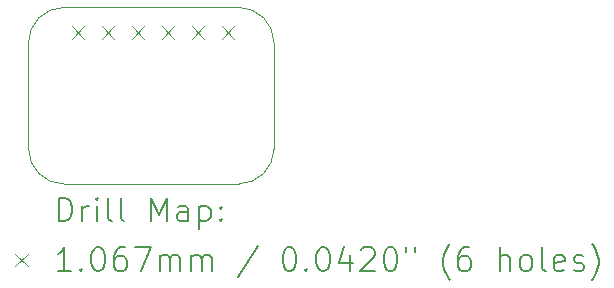
<source format=gbr>
%TF.GenerationSoftware,KiCad,Pcbnew,7.0.6*%
%TF.CreationDate,2024-09-27T12:31:37-07:00*%
%TF.ProjectId,microphone,6d696372-6f70-4686-9f6e-652e6b696361,rev?*%
%TF.SameCoordinates,Original*%
%TF.FileFunction,Drillmap*%
%TF.FilePolarity,Positive*%
%FSLAX45Y45*%
G04 Gerber Fmt 4.5, Leading zero omitted, Abs format (unit mm)*
G04 Created by KiCad (PCBNEW 7.0.6) date 2024-09-27 12:31:37*
%MOMM*%
%LPD*%
G01*
G04 APERTURE LIST*
%ADD10C,0.100000*%
%ADD11C,0.200000*%
%ADD12C,0.106680*%
G04 APERTURE END LIST*
D10*
X21733000Y-14384000D02*
G75*
G03*
X22033000Y-14684000I300000J0D01*
G01*
X23812000Y-13489000D02*
G75*
G03*
X23512000Y-13189000I-300000J0D01*
G01*
X23512000Y-14684000D02*
G75*
G03*
X23812000Y-14384000I0J300000D01*
G01*
X22033000Y-13189000D02*
X23512000Y-13189000D01*
X23512000Y-14684000D02*
X22033000Y-14684000D01*
X21733000Y-14384000D02*
X21733000Y-13489000D01*
X22033000Y-13189000D02*
G75*
G03*
X21733000Y-13489000I0J-300000D01*
G01*
X23812000Y-13489000D02*
X23812000Y-14384000D01*
D11*
D12*
X22098660Y-13346660D02*
X22205340Y-13453340D01*
X22205340Y-13346660D02*
X22098660Y-13453340D01*
X22352660Y-13346660D02*
X22459340Y-13453340D01*
X22459340Y-13346660D02*
X22352660Y-13453340D01*
X22606660Y-13346660D02*
X22713340Y-13453340D01*
X22713340Y-13346660D02*
X22606660Y-13453340D01*
X22860660Y-13346660D02*
X22967340Y-13453340D01*
X22967340Y-13346660D02*
X22860660Y-13453340D01*
X23114660Y-13346660D02*
X23221340Y-13453340D01*
X23221340Y-13346660D02*
X23114660Y-13453340D01*
X23368660Y-13346660D02*
X23475340Y-13453340D01*
X23475340Y-13346660D02*
X23368660Y-13453340D01*
D11*
X21988777Y-15000484D02*
X21988777Y-14800484D01*
X21988777Y-14800484D02*
X22036396Y-14800484D01*
X22036396Y-14800484D02*
X22064967Y-14810008D01*
X22064967Y-14810008D02*
X22084015Y-14829055D01*
X22084015Y-14829055D02*
X22093539Y-14848103D01*
X22093539Y-14848103D02*
X22103063Y-14886198D01*
X22103063Y-14886198D02*
X22103063Y-14914769D01*
X22103063Y-14914769D02*
X22093539Y-14952865D01*
X22093539Y-14952865D02*
X22084015Y-14971912D01*
X22084015Y-14971912D02*
X22064967Y-14990960D01*
X22064967Y-14990960D02*
X22036396Y-15000484D01*
X22036396Y-15000484D02*
X21988777Y-15000484D01*
X22188777Y-15000484D02*
X22188777Y-14867150D01*
X22188777Y-14905246D02*
X22198301Y-14886198D01*
X22198301Y-14886198D02*
X22207824Y-14876674D01*
X22207824Y-14876674D02*
X22226872Y-14867150D01*
X22226872Y-14867150D02*
X22245920Y-14867150D01*
X22312586Y-15000484D02*
X22312586Y-14867150D01*
X22312586Y-14800484D02*
X22303063Y-14810008D01*
X22303063Y-14810008D02*
X22312586Y-14819531D01*
X22312586Y-14819531D02*
X22322110Y-14810008D01*
X22322110Y-14810008D02*
X22312586Y-14800484D01*
X22312586Y-14800484D02*
X22312586Y-14819531D01*
X22436396Y-15000484D02*
X22417348Y-14990960D01*
X22417348Y-14990960D02*
X22407824Y-14971912D01*
X22407824Y-14971912D02*
X22407824Y-14800484D01*
X22541158Y-15000484D02*
X22522110Y-14990960D01*
X22522110Y-14990960D02*
X22512586Y-14971912D01*
X22512586Y-14971912D02*
X22512586Y-14800484D01*
X22769729Y-15000484D02*
X22769729Y-14800484D01*
X22769729Y-14800484D02*
X22836396Y-14943341D01*
X22836396Y-14943341D02*
X22903062Y-14800484D01*
X22903062Y-14800484D02*
X22903062Y-15000484D01*
X23084015Y-15000484D02*
X23084015Y-14895722D01*
X23084015Y-14895722D02*
X23074491Y-14876674D01*
X23074491Y-14876674D02*
X23055443Y-14867150D01*
X23055443Y-14867150D02*
X23017348Y-14867150D01*
X23017348Y-14867150D02*
X22998301Y-14876674D01*
X23084015Y-14990960D02*
X23064967Y-15000484D01*
X23064967Y-15000484D02*
X23017348Y-15000484D01*
X23017348Y-15000484D02*
X22998301Y-14990960D01*
X22998301Y-14990960D02*
X22988777Y-14971912D01*
X22988777Y-14971912D02*
X22988777Y-14952865D01*
X22988777Y-14952865D02*
X22998301Y-14933817D01*
X22998301Y-14933817D02*
X23017348Y-14924293D01*
X23017348Y-14924293D02*
X23064967Y-14924293D01*
X23064967Y-14924293D02*
X23084015Y-14914769D01*
X23179253Y-14867150D02*
X23179253Y-15067150D01*
X23179253Y-14876674D02*
X23198301Y-14867150D01*
X23198301Y-14867150D02*
X23236396Y-14867150D01*
X23236396Y-14867150D02*
X23255443Y-14876674D01*
X23255443Y-14876674D02*
X23264967Y-14886198D01*
X23264967Y-14886198D02*
X23274491Y-14905246D01*
X23274491Y-14905246D02*
X23274491Y-14962388D01*
X23274491Y-14962388D02*
X23264967Y-14981436D01*
X23264967Y-14981436D02*
X23255443Y-14990960D01*
X23255443Y-14990960D02*
X23236396Y-15000484D01*
X23236396Y-15000484D02*
X23198301Y-15000484D01*
X23198301Y-15000484D02*
X23179253Y-14990960D01*
X23360205Y-14981436D02*
X23369729Y-14990960D01*
X23369729Y-14990960D02*
X23360205Y-15000484D01*
X23360205Y-15000484D02*
X23350682Y-14990960D01*
X23350682Y-14990960D02*
X23360205Y-14981436D01*
X23360205Y-14981436D02*
X23360205Y-15000484D01*
X23360205Y-14876674D02*
X23369729Y-14886198D01*
X23369729Y-14886198D02*
X23360205Y-14895722D01*
X23360205Y-14895722D02*
X23350682Y-14886198D01*
X23350682Y-14886198D02*
X23360205Y-14876674D01*
X23360205Y-14876674D02*
X23360205Y-14895722D01*
D12*
X21621320Y-15275660D02*
X21728000Y-15382340D01*
X21728000Y-15275660D02*
X21621320Y-15382340D01*
D11*
X22093539Y-15420484D02*
X21979253Y-15420484D01*
X22036396Y-15420484D02*
X22036396Y-15220484D01*
X22036396Y-15220484D02*
X22017348Y-15249055D01*
X22017348Y-15249055D02*
X21998301Y-15268103D01*
X21998301Y-15268103D02*
X21979253Y-15277627D01*
X22179253Y-15401436D02*
X22188777Y-15410960D01*
X22188777Y-15410960D02*
X22179253Y-15420484D01*
X22179253Y-15420484D02*
X22169729Y-15410960D01*
X22169729Y-15410960D02*
X22179253Y-15401436D01*
X22179253Y-15401436D02*
X22179253Y-15420484D01*
X22312586Y-15220484D02*
X22331634Y-15220484D01*
X22331634Y-15220484D02*
X22350682Y-15230008D01*
X22350682Y-15230008D02*
X22360205Y-15239531D01*
X22360205Y-15239531D02*
X22369729Y-15258579D01*
X22369729Y-15258579D02*
X22379253Y-15296674D01*
X22379253Y-15296674D02*
X22379253Y-15344293D01*
X22379253Y-15344293D02*
X22369729Y-15382388D01*
X22369729Y-15382388D02*
X22360205Y-15401436D01*
X22360205Y-15401436D02*
X22350682Y-15410960D01*
X22350682Y-15410960D02*
X22331634Y-15420484D01*
X22331634Y-15420484D02*
X22312586Y-15420484D01*
X22312586Y-15420484D02*
X22293539Y-15410960D01*
X22293539Y-15410960D02*
X22284015Y-15401436D01*
X22284015Y-15401436D02*
X22274491Y-15382388D01*
X22274491Y-15382388D02*
X22264967Y-15344293D01*
X22264967Y-15344293D02*
X22264967Y-15296674D01*
X22264967Y-15296674D02*
X22274491Y-15258579D01*
X22274491Y-15258579D02*
X22284015Y-15239531D01*
X22284015Y-15239531D02*
X22293539Y-15230008D01*
X22293539Y-15230008D02*
X22312586Y-15220484D01*
X22550682Y-15220484D02*
X22512586Y-15220484D01*
X22512586Y-15220484D02*
X22493539Y-15230008D01*
X22493539Y-15230008D02*
X22484015Y-15239531D01*
X22484015Y-15239531D02*
X22464967Y-15268103D01*
X22464967Y-15268103D02*
X22455443Y-15306198D01*
X22455443Y-15306198D02*
X22455443Y-15382388D01*
X22455443Y-15382388D02*
X22464967Y-15401436D01*
X22464967Y-15401436D02*
X22474491Y-15410960D01*
X22474491Y-15410960D02*
X22493539Y-15420484D01*
X22493539Y-15420484D02*
X22531634Y-15420484D01*
X22531634Y-15420484D02*
X22550682Y-15410960D01*
X22550682Y-15410960D02*
X22560205Y-15401436D01*
X22560205Y-15401436D02*
X22569729Y-15382388D01*
X22569729Y-15382388D02*
X22569729Y-15334769D01*
X22569729Y-15334769D02*
X22560205Y-15315722D01*
X22560205Y-15315722D02*
X22550682Y-15306198D01*
X22550682Y-15306198D02*
X22531634Y-15296674D01*
X22531634Y-15296674D02*
X22493539Y-15296674D01*
X22493539Y-15296674D02*
X22474491Y-15306198D01*
X22474491Y-15306198D02*
X22464967Y-15315722D01*
X22464967Y-15315722D02*
X22455443Y-15334769D01*
X22636396Y-15220484D02*
X22769729Y-15220484D01*
X22769729Y-15220484D02*
X22684015Y-15420484D01*
X22845920Y-15420484D02*
X22845920Y-15287150D01*
X22845920Y-15306198D02*
X22855443Y-15296674D01*
X22855443Y-15296674D02*
X22874491Y-15287150D01*
X22874491Y-15287150D02*
X22903063Y-15287150D01*
X22903063Y-15287150D02*
X22922110Y-15296674D01*
X22922110Y-15296674D02*
X22931634Y-15315722D01*
X22931634Y-15315722D02*
X22931634Y-15420484D01*
X22931634Y-15315722D02*
X22941158Y-15296674D01*
X22941158Y-15296674D02*
X22960205Y-15287150D01*
X22960205Y-15287150D02*
X22988777Y-15287150D01*
X22988777Y-15287150D02*
X23007824Y-15296674D01*
X23007824Y-15296674D02*
X23017348Y-15315722D01*
X23017348Y-15315722D02*
X23017348Y-15420484D01*
X23112586Y-15420484D02*
X23112586Y-15287150D01*
X23112586Y-15306198D02*
X23122110Y-15296674D01*
X23122110Y-15296674D02*
X23141158Y-15287150D01*
X23141158Y-15287150D02*
X23169729Y-15287150D01*
X23169729Y-15287150D02*
X23188777Y-15296674D01*
X23188777Y-15296674D02*
X23198301Y-15315722D01*
X23198301Y-15315722D02*
X23198301Y-15420484D01*
X23198301Y-15315722D02*
X23207824Y-15296674D01*
X23207824Y-15296674D02*
X23226872Y-15287150D01*
X23226872Y-15287150D02*
X23255443Y-15287150D01*
X23255443Y-15287150D02*
X23274491Y-15296674D01*
X23274491Y-15296674D02*
X23284015Y-15315722D01*
X23284015Y-15315722D02*
X23284015Y-15420484D01*
X23674491Y-15210960D02*
X23503063Y-15468103D01*
X23931634Y-15220484D02*
X23950682Y-15220484D01*
X23950682Y-15220484D02*
X23969729Y-15230008D01*
X23969729Y-15230008D02*
X23979253Y-15239531D01*
X23979253Y-15239531D02*
X23988777Y-15258579D01*
X23988777Y-15258579D02*
X23998301Y-15296674D01*
X23998301Y-15296674D02*
X23998301Y-15344293D01*
X23998301Y-15344293D02*
X23988777Y-15382388D01*
X23988777Y-15382388D02*
X23979253Y-15401436D01*
X23979253Y-15401436D02*
X23969729Y-15410960D01*
X23969729Y-15410960D02*
X23950682Y-15420484D01*
X23950682Y-15420484D02*
X23931634Y-15420484D01*
X23931634Y-15420484D02*
X23912586Y-15410960D01*
X23912586Y-15410960D02*
X23903063Y-15401436D01*
X23903063Y-15401436D02*
X23893539Y-15382388D01*
X23893539Y-15382388D02*
X23884015Y-15344293D01*
X23884015Y-15344293D02*
X23884015Y-15296674D01*
X23884015Y-15296674D02*
X23893539Y-15258579D01*
X23893539Y-15258579D02*
X23903063Y-15239531D01*
X23903063Y-15239531D02*
X23912586Y-15230008D01*
X23912586Y-15230008D02*
X23931634Y-15220484D01*
X24084015Y-15401436D02*
X24093539Y-15410960D01*
X24093539Y-15410960D02*
X24084015Y-15420484D01*
X24084015Y-15420484D02*
X24074491Y-15410960D01*
X24074491Y-15410960D02*
X24084015Y-15401436D01*
X24084015Y-15401436D02*
X24084015Y-15420484D01*
X24217348Y-15220484D02*
X24236396Y-15220484D01*
X24236396Y-15220484D02*
X24255444Y-15230008D01*
X24255444Y-15230008D02*
X24264967Y-15239531D01*
X24264967Y-15239531D02*
X24274491Y-15258579D01*
X24274491Y-15258579D02*
X24284015Y-15296674D01*
X24284015Y-15296674D02*
X24284015Y-15344293D01*
X24284015Y-15344293D02*
X24274491Y-15382388D01*
X24274491Y-15382388D02*
X24264967Y-15401436D01*
X24264967Y-15401436D02*
X24255444Y-15410960D01*
X24255444Y-15410960D02*
X24236396Y-15420484D01*
X24236396Y-15420484D02*
X24217348Y-15420484D01*
X24217348Y-15420484D02*
X24198301Y-15410960D01*
X24198301Y-15410960D02*
X24188777Y-15401436D01*
X24188777Y-15401436D02*
X24179253Y-15382388D01*
X24179253Y-15382388D02*
X24169729Y-15344293D01*
X24169729Y-15344293D02*
X24169729Y-15296674D01*
X24169729Y-15296674D02*
X24179253Y-15258579D01*
X24179253Y-15258579D02*
X24188777Y-15239531D01*
X24188777Y-15239531D02*
X24198301Y-15230008D01*
X24198301Y-15230008D02*
X24217348Y-15220484D01*
X24455444Y-15287150D02*
X24455444Y-15420484D01*
X24407825Y-15210960D02*
X24360206Y-15353817D01*
X24360206Y-15353817D02*
X24484015Y-15353817D01*
X24550682Y-15239531D02*
X24560206Y-15230008D01*
X24560206Y-15230008D02*
X24579253Y-15220484D01*
X24579253Y-15220484D02*
X24626872Y-15220484D01*
X24626872Y-15220484D02*
X24645920Y-15230008D01*
X24645920Y-15230008D02*
X24655444Y-15239531D01*
X24655444Y-15239531D02*
X24664967Y-15258579D01*
X24664967Y-15258579D02*
X24664967Y-15277627D01*
X24664967Y-15277627D02*
X24655444Y-15306198D01*
X24655444Y-15306198D02*
X24541158Y-15420484D01*
X24541158Y-15420484D02*
X24664967Y-15420484D01*
X24788777Y-15220484D02*
X24807825Y-15220484D01*
X24807825Y-15220484D02*
X24826872Y-15230008D01*
X24826872Y-15230008D02*
X24836396Y-15239531D01*
X24836396Y-15239531D02*
X24845920Y-15258579D01*
X24845920Y-15258579D02*
X24855444Y-15296674D01*
X24855444Y-15296674D02*
X24855444Y-15344293D01*
X24855444Y-15344293D02*
X24845920Y-15382388D01*
X24845920Y-15382388D02*
X24836396Y-15401436D01*
X24836396Y-15401436D02*
X24826872Y-15410960D01*
X24826872Y-15410960D02*
X24807825Y-15420484D01*
X24807825Y-15420484D02*
X24788777Y-15420484D01*
X24788777Y-15420484D02*
X24769729Y-15410960D01*
X24769729Y-15410960D02*
X24760206Y-15401436D01*
X24760206Y-15401436D02*
X24750682Y-15382388D01*
X24750682Y-15382388D02*
X24741158Y-15344293D01*
X24741158Y-15344293D02*
X24741158Y-15296674D01*
X24741158Y-15296674D02*
X24750682Y-15258579D01*
X24750682Y-15258579D02*
X24760206Y-15239531D01*
X24760206Y-15239531D02*
X24769729Y-15230008D01*
X24769729Y-15230008D02*
X24788777Y-15220484D01*
X24931634Y-15220484D02*
X24931634Y-15258579D01*
X25007825Y-15220484D02*
X25007825Y-15258579D01*
X25303063Y-15496674D02*
X25293539Y-15487150D01*
X25293539Y-15487150D02*
X25274491Y-15458579D01*
X25274491Y-15458579D02*
X25264968Y-15439531D01*
X25264968Y-15439531D02*
X25255444Y-15410960D01*
X25255444Y-15410960D02*
X25245920Y-15363341D01*
X25245920Y-15363341D02*
X25245920Y-15325246D01*
X25245920Y-15325246D02*
X25255444Y-15277627D01*
X25255444Y-15277627D02*
X25264968Y-15249055D01*
X25264968Y-15249055D02*
X25274491Y-15230008D01*
X25274491Y-15230008D02*
X25293539Y-15201436D01*
X25293539Y-15201436D02*
X25303063Y-15191912D01*
X25464968Y-15220484D02*
X25426872Y-15220484D01*
X25426872Y-15220484D02*
X25407825Y-15230008D01*
X25407825Y-15230008D02*
X25398301Y-15239531D01*
X25398301Y-15239531D02*
X25379253Y-15268103D01*
X25379253Y-15268103D02*
X25369729Y-15306198D01*
X25369729Y-15306198D02*
X25369729Y-15382388D01*
X25369729Y-15382388D02*
X25379253Y-15401436D01*
X25379253Y-15401436D02*
X25388777Y-15410960D01*
X25388777Y-15410960D02*
X25407825Y-15420484D01*
X25407825Y-15420484D02*
X25445920Y-15420484D01*
X25445920Y-15420484D02*
X25464968Y-15410960D01*
X25464968Y-15410960D02*
X25474491Y-15401436D01*
X25474491Y-15401436D02*
X25484015Y-15382388D01*
X25484015Y-15382388D02*
X25484015Y-15334769D01*
X25484015Y-15334769D02*
X25474491Y-15315722D01*
X25474491Y-15315722D02*
X25464968Y-15306198D01*
X25464968Y-15306198D02*
X25445920Y-15296674D01*
X25445920Y-15296674D02*
X25407825Y-15296674D01*
X25407825Y-15296674D02*
X25388777Y-15306198D01*
X25388777Y-15306198D02*
X25379253Y-15315722D01*
X25379253Y-15315722D02*
X25369729Y-15334769D01*
X25722110Y-15420484D02*
X25722110Y-15220484D01*
X25807825Y-15420484D02*
X25807825Y-15315722D01*
X25807825Y-15315722D02*
X25798301Y-15296674D01*
X25798301Y-15296674D02*
X25779253Y-15287150D01*
X25779253Y-15287150D02*
X25750682Y-15287150D01*
X25750682Y-15287150D02*
X25731634Y-15296674D01*
X25731634Y-15296674D02*
X25722110Y-15306198D01*
X25931634Y-15420484D02*
X25912587Y-15410960D01*
X25912587Y-15410960D02*
X25903063Y-15401436D01*
X25903063Y-15401436D02*
X25893539Y-15382388D01*
X25893539Y-15382388D02*
X25893539Y-15325246D01*
X25893539Y-15325246D02*
X25903063Y-15306198D01*
X25903063Y-15306198D02*
X25912587Y-15296674D01*
X25912587Y-15296674D02*
X25931634Y-15287150D01*
X25931634Y-15287150D02*
X25960206Y-15287150D01*
X25960206Y-15287150D02*
X25979253Y-15296674D01*
X25979253Y-15296674D02*
X25988777Y-15306198D01*
X25988777Y-15306198D02*
X25998301Y-15325246D01*
X25998301Y-15325246D02*
X25998301Y-15382388D01*
X25998301Y-15382388D02*
X25988777Y-15401436D01*
X25988777Y-15401436D02*
X25979253Y-15410960D01*
X25979253Y-15410960D02*
X25960206Y-15420484D01*
X25960206Y-15420484D02*
X25931634Y-15420484D01*
X26112587Y-15420484D02*
X26093539Y-15410960D01*
X26093539Y-15410960D02*
X26084015Y-15391912D01*
X26084015Y-15391912D02*
X26084015Y-15220484D01*
X26264968Y-15410960D02*
X26245920Y-15420484D01*
X26245920Y-15420484D02*
X26207825Y-15420484D01*
X26207825Y-15420484D02*
X26188777Y-15410960D01*
X26188777Y-15410960D02*
X26179253Y-15391912D01*
X26179253Y-15391912D02*
X26179253Y-15315722D01*
X26179253Y-15315722D02*
X26188777Y-15296674D01*
X26188777Y-15296674D02*
X26207825Y-15287150D01*
X26207825Y-15287150D02*
X26245920Y-15287150D01*
X26245920Y-15287150D02*
X26264968Y-15296674D01*
X26264968Y-15296674D02*
X26274491Y-15315722D01*
X26274491Y-15315722D02*
X26274491Y-15334769D01*
X26274491Y-15334769D02*
X26179253Y-15353817D01*
X26350682Y-15410960D02*
X26369730Y-15420484D01*
X26369730Y-15420484D02*
X26407825Y-15420484D01*
X26407825Y-15420484D02*
X26426872Y-15410960D01*
X26426872Y-15410960D02*
X26436396Y-15391912D01*
X26436396Y-15391912D02*
X26436396Y-15382388D01*
X26436396Y-15382388D02*
X26426872Y-15363341D01*
X26426872Y-15363341D02*
X26407825Y-15353817D01*
X26407825Y-15353817D02*
X26379253Y-15353817D01*
X26379253Y-15353817D02*
X26360206Y-15344293D01*
X26360206Y-15344293D02*
X26350682Y-15325246D01*
X26350682Y-15325246D02*
X26350682Y-15315722D01*
X26350682Y-15315722D02*
X26360206Y-15296674D01*
X26360206Y-15296674D02*
X26379253Y-15287150D01*
X26379253Y-15287150D02*
X26407825Y-15287150D01*
X26407825Y-15287150D02*
X26426872Y-15296674D01*
X26503063Y-15496674D02*
X26512587Y-15487150D01*
X26512587Y-15487150D02*
X26531634Y-15458579D01*
X26531634Y-15458579D02*
X26541158Y-15439531D01*
X26541158Y-15439531D02*
X26550682Y-15410960D01*
X26550682Y-15410960D02*
X26560206Y-15363341D01*
X26560206Y-15363341D02*
X26560206Y-15325246D01*
X26560206Y-15325246D02*
X26550682Y-15277627D01*
X26550682Y-15277627D02*
X26541158Y-15249055D01*
X26541158Y-15249055D02*
X26531634Y-15230008D01*
X26531634Y-15230008D02*
X26512587Y-15201436D01*
X26512587Y-15201436D02*
X26503063Y-15191912D01*
M02*

</source>
